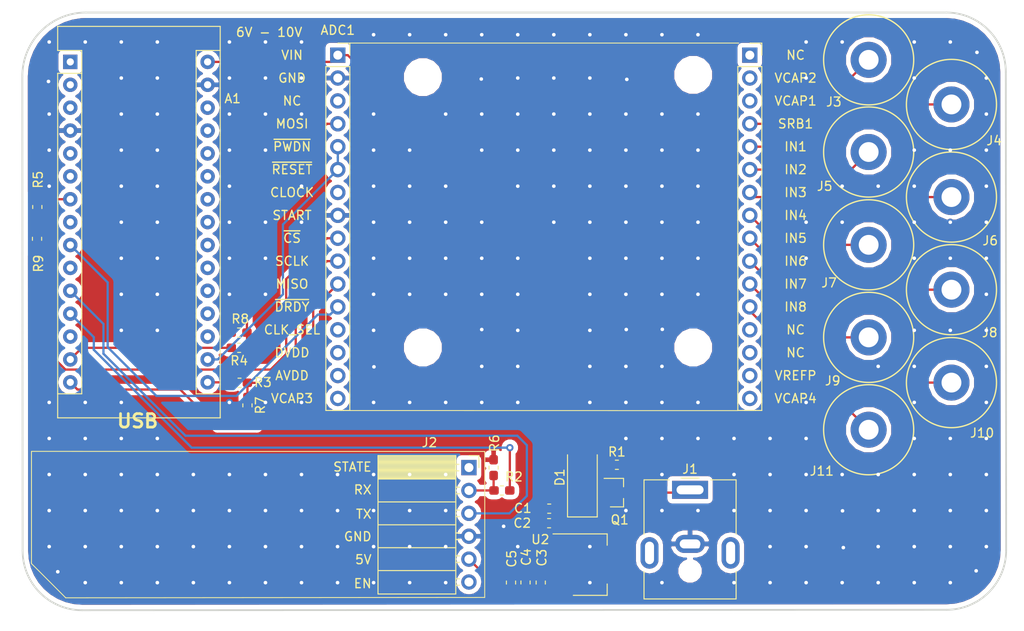
<source format=kicad_pcb>
(kicad_pcb (version 20171130) (host pcbnew "(5.0.0)")
  (layers (0 F.Cu signal) (31 B.Cu signal) (34 B.Paste user) (35 F.Paste user) (36 B.SilkS user) (37 F.SilkS user) (38 B.Mask user) (39 F.Mask user) (44 Edge.Cuts user))
  (net 0 "")
  (net 1 "Net-(ADC1-Pad23)")
  (net 2 "Net-(ADC1-Pad24)")
  (net 3 "Net-(ADC1-Pad25)")
  (net 4 "Net-(ADC1-Pad26)")
  (net 5 "Net-(ADC1-Pad27)")
  (net 6 "Net-(ADC1-Pad28)")
  (net 7 "Net-(ADC1-Pad29)")
  (net 8 "Net-(ADC1-Pad21)")
  (net 9 "Net-(ADC1-Pad22)")
  (net 10 /V+)
  (net 11 /GND)
  (net 12 "Net-(ADC1-Pad3)")
  (net 13 /MOSI_3V3)
  (net 14 /+3V3)
  (net 15 "Net-(ADC1-Pad7)")
  (net 16 /~CS_3V3)
  (net 17 /SCLK_3V3)
  (net 18 /MISO_3V3)
  (net 19 /~DRDY_3V3)
  (net 20 "Net-(ADC1-Pad13)")
  (net 21 "Net-(ADC1-Pad14)")
  (net 22 "Net-(ADC1-Pad15)")
  (net 23 "Net-(ADC1-Pad16)")
  (net 24 "Net-(ADC1-Pad17)")
  (net 25 "Net-(ADC1-Pad20)")
  (net 26 "Net-(ADC1-Pad18)")
  (net 27 "Net-(ADC1-Pad30)")
  (net 28 "Net-(ADC1-Pad32)")
  (net 29 "Net-(ADC1-Pad19)")
  (net 30 "Net-(ADC1-Pad31)")
  (net 31 "Net-(J2-Pad1)")
  (net 32 /BT_TX_3V3)
  (net 33 /BT_RX_3V3)
  (net 34 /+5V)
  (net 35 "Net-(J2-Pad6)")
  (net 36 /MOSI_5V)
  (net 37 /SCLK_5V)
  (net 38 "Net-(D1-Pad2)")
  (net 39 /BT_TX_5V)
  (net 40 /~CS_5V)
  (net 41 "Net-(J1-Pad1)")
  (net 42 "Net-(A1-Pad1)")
  (net 43 "Net-(A1-Pad2)")
  (net 44 "Net-(A1-Pad18)")
  (net 45 "Net-(A1-Pad3)")
  (net 46 "Net-(A1-Pad19)")
  (net 47 "Net-(A1-Pad20)")
  (net 48 "Net-(A1-Pad5)")
  (net 49 "Net-(A1-Pad21)")
  (net 50 /LED)
  (net 51 "Net-(A1-Pad22)")
  (net 52 "Net-(A1-Pad23)")
  (net 53 "Net-(A1-Pad8)")
  (net 54 "Net-(A1-Pad24)")
  (net 55 "Net-(A1-Pad25)")
  (net 56 "Net-(A1-Pad10)")
  (net 57 "Net-(A1-Pad26)")
  (net 58 "Net-(A1-Pad27)")
  (net 59 "Net-(A1-Pad28)")
  (net 60 "Net-(A1-Pad13)")
  (module MountingHole:MountingHole_3.2mm_M3 (layer F.Cu) (at 183.32 115.28)
    (fp_text reference " " (at 0 -4.2) (layer F.SilkS))
    (fp_text value MountingHole_3.2mm_M3)
    (pad 1 np_thru_hole circle (at 0 0) (size 3.2 3.2) (drill 3.2) (layers *.Cu *.Mask))
  )
  (module MountingHole:MountingHole_3.2mm_M3 (layer F.Cu) (at 213.32 115.28)
    (fp_text reference " " (at 0 -4.2) (layer F.SilkS))
    (fp_text value MountingHole_3.2mm_M3)
    (pad 1 np_thru_hole circle (at 0 0) (size 3.2 3.2) (drill 3.2) (layers *.Cu *.Mask))
  )
  (module MountingHole:MountingHole_3.2mm_M3 (layer F.Cu) (at 213.32 85.03)
    (fp_text reference " " (at 0 -4.2) (layer F.SilkS))
    (fp_text value MountingHole_3.2mm_M3)
    (pad 1 np_thru_hole circle (at 0 0) (size 3.2 3.2) (drill 3.2) (layers *.Cu *.Mask))
  )
  (module MountingHole:MountingHole_3.2mm_M3 (layer F.Cu) (at 183.32 85.28)
    (fp_text reference " " (at 0 -4.2) (layer F.SilkS))
    (fp_text value MountingHole_3.2mm_M3)
    (pad 1 np_thru_hole circle (at 0 0) (size 3.2 3.2) (drill 3.2) (layers *.Cu *.Mask))
  )
  (module "Sparker:DIN 42802-1" (layer F.Cu) (at 232.79 124.41)
    (fp_text reference J11 (at -5.2 4.58) (layer F.SilkS))
    (fp_text value Conn_01x01_Male)
    (pad 1 thru_hole circle (at 0 0) (size 4 4) (drill 2.2) (layers *.Cu *.Mask) (net 8 "Net-(ADC1-Pad21)"))
  )
  (module "Sparker:DIN 42802-1" (layer F.Cu) (at 241.98 119.18)
    (fp_text reference J10 (at 3.4 5.59) (layer F.SilkS))
    (fp_text value Conn_01x01_Male)
    (pad 1 thru_hole circle (at 0 0) (size 4 4) (drill 2.2) (layers *.Cu *.Mask) (net 9 "Net-(ADC1-Pad22)"))
  )
  (module "Sparker:DIN 42802-1" (layer F.Cu) (at 232.79 114.16)
    (fp_text reference J9 (at -3.99 4.82) (layer F.SilkS))
    (fp_text value Conn_01x01_Male)
    (pad 1 thru_hole circle (at 0 0) (size 4 4) (drill 2.2) (layers *.Cu *.Mask) (net 1 "Net-(ADC1-Pad23)"))
  )
  (module "Sparker:DIN 42802-1" (layer F.Cu) (at 241.98 108.87)
    (fp_text reference J8 (at 4.25 4.76) (layer F.SilkS))
    (fp_text value Conn_01x01_Male)
    (pad 1 thru_hole circle (at 0 0) (size 4 4) (drill 2.2) (layers *.Cu *.Mask) (net 2 "Net-(ADC1-Pad24)"))
  )
  (module "Sparker:DIN 42802-1" (layer F.Cu) (at 232.79 103.89)
    (fp_text reference J7 (at -4.39 4.22) (layer F.SilkS))
    (fp_text value Conn_01x01_Male)
    (pad 1 thru_hole circle (at 0 0) (size 4 4) (drill 2.2) (layers *.Cu *.Mask) (net 3 "Net-(ADC1-Pad25)"))
  )
  (module "Sparker:DIN 42802-1" (layer F.Cu) (at 241.98 98.59)
    (fp_text reference J6 (at 4.3 4.84) (layer F.SilkS))
    (fp_text value Conn_01x01_Male)
    (pad 1 thru_hole circle (at 0 0) (size 4 4) (drill 2.2) (layers *.Cu *.Mask) (net 4 "Net-(ADC1-Pad26)"))
  )
  (module "Sparker:DIN 42802-1" (layer F.Cu) (at 232.79 93.59)
    (fp_text reference J5 (at -4.88 3.8) (layer F.SilkS))
    (fp_text value Conn_01x01_Male)
    (pad 1 thru_hole circle (at 0 0) (size 4 4) (drill 2.2) (layers *.Cu *.Mask) (net 5 "Net-(ADC1-Pad27)"))
  )
  (module "Sparker:DIN 42802-1" (layer F.Cu) (at 241.98 88.31)
    (fp_text reference J4 (at 4.74 4.02) (layer F.SilkS))
    (fp_text value Conn_01x01_Male)
    (pad 1 thru_hole circle (at 0 0) (size 4 4) (drill 2.2) (layers *.Cu *.Mask) (net 6 "Net-(ADC1-Pad28)"))
  )
  (module "Sparker:DIN 42802-1" (layer F.Cu) (at 232.79 83.36)
    (fp_text reference J3 (at -3.86 4.67) (layer F.SilkS))
    (fp_text value Conn_01x01_Male)
    (pad 1 thru_hole circle (at 0 0) (size 4 4) (drill 2.2) (layers *.Cu *.Mask) (net 7 "Net-(ADC1-Pad29)"))
  )
  (module Module:Arduino_Nano (layer F.Cu) (at 144.19 83.59)
    (fp_text reference A1 (at 18.02 4.07) (layer F.SilkS))
    (fp_text value Arduino_Nano_v2.x)
    (pad 1 thru_hole rect (at 0 0) (size 1.6 1.6) (drill 0.8) (layers *.Cu *.Mask) (net 42 "Net-(A1-Pad1)"))
    (pad 17 thru_hole oval (at 15.24 33.02) (size 1.6 1.6) (drill 0.8) (layers *.Cu *.Mask) (net 14 /+3V3))
    (pad 2 thru_hole oval (at 0 2.54) (size 1.6 1.6) (drill 0.8) (layers *.Cu *.Mask) (net 43 "Net-(A1-Pad2)"))
    (pad 18 thru_hole oval (at 15.24 30.48) (size 1.6 1.6) (drill 0.8) (layers *.Cu *.Mask) (net 44 "Net-(A1-Pad18)"))
    (pad 3 thru_hole oval (at 0 5.08) (size 1.6 1.6) (drill 0.8) (layers *.Cu *.Mask) (net 45 "Net-(A1-Pad3)"))
    (pad 19 thru_hole oval (at 15.24 27.94) (size 1.6 1.6) (drill 0.8) (layers *.Cu *.Mask) (net 46 "Net-(A1-Pad19)"))
    (pad 4 thru_hole oval (at 0 7.62) (size 1.6 1.6) (drill 0.8) (layers *.Cu *.Mask) (net 11 /GND))
    (pad 20 thru_hole oval (at 15.24 25.4) (size 1.6 1.6) (drill 0.8) (layers *.Cu *.Mask) (net 47 "Net-(A1-Pad20)"))
    (pad 5 thru_hole oval (at 0 10.16) (size 1.6 1.6) (drill 0.8) (layers *.Cu *.Mask) (net 48 "Net-(A1-Pad5)"))
    (pad 21 thru_hole oval (at 15.24 22.86) (size 1.6 1.6) (drill 0.8) (layers *.Cu *.Mask) (net 49 "Net-(A1-Pad21)"))
    (pad 6 thru_hole oval (at 0 12.7) (size 1.6 1.6) (drill 0.8) (layers *.Cu *.Mask) (net 50 /LED))
    (pad 22 thru_hole oval (at 15.24 20.32) (size 1.6 1.6) (drill 0.8) (layers *.Cu *.Mask) (net 51 "Net-(A1-Pad22)"))
    (pad 7 thru_hole oval (at 0 15.24) (size 1.6 1.6) (drill 0.8) (layers *.Cu *.Mask) (net 40 /~CS_5V))
    (pad 23 thru_hole oval (at 15.24 17.78) (size 1.6 1.6) (drill 0.8) (layers *.Cu *.Mask) (net 52 "Net-(A1-Pad23)"))
    (pad 8 thru_hole oval (at 0 17.78) (size 1.6 1.6) (drill 0.8) (layers *.Cu *.Mask) (net 53 "Net-(A1-Pad8)"))
    (pad 24 thru_hole oval (at 15.24 15.24) (size 1.6 1.6) (drill 0.8) (layers *.Cu *.Mask) (net 54 "Net-(A1-Pad24)"))
    (pad 9 thru_hole oval (at 0 20.32) (size 1.6 1.6) (drill 0.8) (layers *.Cu *.Mask) (net 19 /~DRDY_3V3))
    (pad 25 thru_hole oval (at 15.24 12.7) (size 1.6 1.6) (drill 0.8) (layers *.Cu *.Mask) (net 55 "Net-(A1-Pad25)"))
    (pad 10 thru_hole oval (at 0 22.86) (size 1.6 1.6) (drill 0.8) (layers *.Cu *.Mask) (net 56 "Net-(A1-Pad10)"))
    (pad 26 thru_hole oval (at 15.24 10.16) (size 1.6 1.6) (drill 0.8) (layers *.Cu *.Mask) (net 57 "Net-(A1-Pad26)"))
    (pad 11 thru_hole oval (at 0 25.4) (size 1.6 1.6) (drill 0.8) (layers *.Cu *.Mask) (net 33 /BT_RX_3V3))
    (pad 27 thru_hole oval (at 15.24 7.62) (size 1.6 1.6) (drill 0.8) (layers *.Cu *.Mask) (net 58 "Net-(A1-Pad27)"))
    (pad 12 thru_hole oval (at 0 27.94) (size 1.6 1.6) (drill 0.8) (layers *.Cu *.Mask) (net 39 /BT_TX_5V))
    (pad 28 thru_hole oval (at 15.24 5.08) (size 1.6 1.6) (drill 0.8) (layers *.Cu *.Mask) (net 59 "Net-(A1-Pad28)"))
    (pad 13 thru_hole oval (at 0 30.48) (size 1.6 1.6) (drill 0.8) (layers *.Cu *.Mask) (net 60 "Net-(A1-Pad13)"))
    (pad 29 thru_hole oval (at 15.24 2.54) (size 1.6 1.6) (drill 0.8) (layers *.Cu *.Mask) (net 11 /GND))
    (pad 14 thru_hole oval (at 0 33.02) (size 1.6 1.6) (drill 0.8) (layers *.Cu *.Mask) (net 36 /MOSI_5V))
    (pad 30 thru_hole oval (at 15.24 0) (size 1.6 1.6) (drill 0.8) (layers *.Cu *.Mask) (net 10 /V+))
    (pad 15 thru_hole oval (at 0 35.56) (size 1.6 1.6) (drill 0.8) (layers *.Cu *.Mask) (net 18 /MISO_3V3))
    (pad 16 thru_hole oval (at 15.24 35.56) (size 1.6 1.6) (drill 0.8) (layers *.Cu *.Mask) (net 37 /SCLK_5V))
  )
  (module Sparker:ADS1299-Board (layer F.Cu) (at 173.88 82.84)
    (fp_text reference ADC1 (at 0 -2.77) (layer F.SilkS))
    (fp_text value ADS1299-Board)
    (fp_text user " " (at 45.72 -2.77) (layer F.SilkS))
    (fp_text user "6V - 10V" (at -7.62 -2.54) (layer F.SilkS))
    (fp_text user VIN (at -5.08 0) (layer F.SilkS))
    (fp_text user GND (at -5.08 2.54) (layer F.SilkS))
    (fp_text user NC (at -5.08 5.08) (layer F.SilkS))
    (fp_text user MOSI (at -5.08 7.62) (layer F.SilkS))
    (fp_text user ~PWDN (at -5.08 10.16) (layer F.SilkS))
    (fp_text user ~RESET (at -5.08 12.7) (layer F.SilkS))
    (fp_text user CLOCK (at -5.08 15.24) (layer F.SilkS))
    (fp_text user START (at -5.08 17.78) (layer F.SilkS))
    (fp_text user ~CS (at -5.08 20.32) (layer F.SilkS))
    (fp_text user SCLK (at -5.08 22.86) (layer F.SilkS))
    (fp_text user MISO (at -5.08 25.4) (layer F.SilkS))
    (fp_text user ~DRDY (at -5.08 27.94) (layer F.SilkS))
    (fp_text user CLK_SEL (at -5.08 30.48) (layer F.SilkS))
    (fp_text user DVDD (at -5.08 33.02) (layer F.SilkS))
    (fp_text user AVDD (at -5.08 35.56) (layer F.SilkS))
    (fp_text user VCAP3 (at -5.08 38.1) (layer F.SilkS))
    (fp_text user VCAP4 (at 50.8 38.1) (layer F.SilkS))
    (fp_text user VREFP (at 50.8 35.56) (layer F.SilkS))
    (fp_text user NC (at 50.8 33.02) (layer F.SilkS))
    (fp_text user NC (at 50.8 30.48) (layer F.SilkS))
    (fp_text user IN8 (at 50.8 27.94) (layer F.SilkS))
    (fp_text user IN7 (at 50.8 25.4) (layer F.SilkS))
    (fp_text user IN6 (at 50.8 22.86) (layer F.SilkS))
    (fp_text user IN5 (at 50.8 20.32) (layer F.SilkS))
    (fp_text user IN4 (at 50.8 17.78) (layer F.SilkS))
    (fp_text user IN3 (at 50.8 15.24) (layer F.SilkS))
    (fp_text user IN2 (at 50.8 12.7) (layer F.SilkS))
    (fp_text user IN1 (at 50.8 10.16) (layer F.SilkS))
    (fp_text user SRB1 (at 50.8 7.62) (layer F.SilkS))
    (fp_text user VCAP1 (at 50.8 5.08) (layer F.SilkS))
    (fp_text user VCAP2 (at 50.8 2.54) (layer F.SilkS))
    (fp_text user NC (at 50.8 0) (layer F.SilkS))
    (pad 1 thru_hole rect (at 0 0) (size 1.7 1.7) (drill 1) (layers *.Cu *.Mask) (net 10 /V+))
    (pad 2 thru_hole oval (at 0 2.54) (size 1.7 1.7) (drill 1) (layers *.Cu *.Mask) (net 11 /GND))
    (pad 3 thru_hole oval (at 0 5.08) (size 1.7 1.7) (drill 1) (layers *.Cu *.Mask) (net 12 "Net-(ADC1-Pad3)"))
    (pad 4 thru_hole oval (at 0 7.62) (size 1.7 1.7) (drill 1) (layers *.Cu *.Mask) (net 13 /MOSI_3V3))
    (pad 5 thru_hole oval (at 0 10.16) (size 1.7 1.7) (drill 1) (layers *.Cu *.Mask) (net 14 /+3V3))
    (pad 6 thru_hole oval (at 0 12.7) (size 1.7 1.7) (drill 1) (layers *.Cu *.Mask) (net 14 /+3V3))
    (pad 7 thru_hole oval (at 0 15.24) (size 1.7 1.7) (drill 1) (layers *.Cu *.Mask) (net 15 "Net-(ADC1-Pad7)"))
    (pad 8 thru_hole oval (at 0 17.78) (size 1.7 1.7) (drill 1) (layers *.Cu *.Mask) (net 11 /GND))
    (pad 9 thru_hole oval (at 0 20.32) (size 1.7 1.7) (drill 1) (layers *.Cu *.Mask) (net 16 /~CS_3V3))
    (pad 10 thru_hole oval (at 0 22.86) (size 1.7 1.7) (drill 1) (layers *.Cu *.Mask) (net 17 /SCLK_3V3))
    (pad 11 thru_hole oval (at 0 25.4) (size 1.7 1.7) (drill 1) (layers *.Cu *.Mask) (net 18 /MISO_3V3))
    (pad 12 thru_hole oval (at 0 27.94) (size 1.7 1.7) (drill 1) (layers *.Cu *.Mask) (net 19 /~DRDY_3V3))
    (pad 13 thru_hole oval (at 0 30.48) (size 1.7 1.7) (drill 1) (layers *.Cu *.Mask) (net 20 "Net-(ADC1-Pad13)"))
    (pad 14 thru_hole oval (at 0 33.02) (size 1.7 1.7) (drill 1) (layers *.Cu *.Mask) (net 21 "Net-(ADC1-Pad14)"))
    (pad 15 thru_hole oval (at 0 35.56) (size 1.7 1.7) (drill 1) (layers *.Cu *.Mask) (net 22 "Net-(ADC1-Pad15)"))
    (pad 16 thru_hole oval (at 0 38.1) (size 1.7 1.7) (drill 1) (layers *.Cu *.Mask) (net 23 "Net-(ADC1-Pad16)"))
    (pad 17 thru_hole oval (at 45.72 38.1) (size 1.7 1.7) (drill 1) (layers *.Cu *.Mask) (net 24 "Net-(ADC1-Pad17)"))
    (pad 26 thru_hole oval (at 45.72 15.24) (size 1.7 1.7) (drill 1) (layers *.Cu *.Mask) (net 4 "Net-(ADC1-Pad26)"))
    (pad 20 thru_hole oval (at 45.72 30.48) (size 1.7 1.7) (drill 1) (layers *.Cu *.Mask) (net 25 "Net-(ADC1-Pad20)"))
    (pad 21 thru_hole oval (at 45.72 27.94) (size 1.7 1.7) (drill 1) (layers *.Cu *.Mask) (net 8 "Net-(ADC1-Pad21)"))
    (pad 18 thru_hole oval (at 45.72 35.56) (size 1.7 1.7) (drill 1) (layers *.Cu *.Mask) (net 26 "Net-(ADC1-Pad18)"))
    (pad 30 thru_hole oval (at 45.72 5.08) (size 1.7 1.7) (drill 1) (layers *.Cu *.Mask) (net 27 "Net-(ADC1-Pad30)"))
    (pad 32 thru_hole rect (at 45.72 0) (size 1.7 1.7) (drill 1) (layers *.Cu *.Mask) (net 28 "Net-(ADC1-Pad32)"))
    (pad 23 thru_hole oval (at 45.72 22.86) (size 1.7 1.7) (drill 1) (layers *.Cu *.Mask) (net 1 "Net-(ADC1-Pad23)"))
    (pad 19 thru_hole oval (at 45.72 33.02) (size 1.7 1.7) (drill 1) (layers *.Cu *.Mask) (net 29 "Net-(ADC1-Pad19)"))
    (pad 22 thru_hole oval (at 45.72 25.4) (size 1.7 1.7) (drill 1) (layers *.Cu *.Mask) (net 9 "Net-(ADC1-Pad22)"))
    (pad 28 thru_hole oval (at 45.72 10.16) (size 1.7 1.7) (drill 1) (layers *.Cu *.Mask) (net 6 "Net-(ADC1-Pad28)"))
    (pad 27 thru_hole oval (at 45.72 12.7) (size 1.7 1.7) (drill 1) (layers *.Cu *.Mask) (net 5 "Net-(ADC1-Pad27)"))
    (pad 29 thru_hole oval (at 45.72 7.62) (size 1.7 1.7) (drill 1) (layers *.Cu *.Mask) (net 7 "Net-(ADC1-Pad29)"))
    (pad 25 thru_hole oval (at 45.72 17.78) (size 1.7 1.7) (drill 1) (layers *.Cu *.Mask) (net 3 "Net-(ADC1-Pad25)"))
    (pad 24 thru_hole oval (at 45.72 20.32) (size 1.7 1.7) (drill 1) (layers *.Cu *.Mask) (net 2 "Net-(ADC1-Pad24)"))
    (pad 31 thru_hole oval (at 45.72 2.54) (size 1.7 1.7) (drill 1) (layers *.Cu *.Mask) (net 30 "Net-(ADC1-Pad31)"))
  )
  (module Capacitor_SMD:C_0603_1608Metric_Pad1.05x0.95mm_HandSolder (layer F.Cu) (at 193.1 141.37 270)
    (fp_text reference C5 (at -2.64 -0.07 270) (layer F.SilkS))
    (fp_text value 10u)
    (pad 1 smd roundrect (at -0.875 0 270) (size 1.05 0.95) (layers F.Cu F.Paste F.Mask) (net 34 /+5V))
    (pad 2 smd roundrect (at 0.875 0 270) (size 1.05 0.95) (layers F.Cu F.Paste F.Mask) (net 11 /GND))
  )
  (module Capacitor_SMD:C_0603_1608Metric_Pad1.05x0.95mm_HandSolder (layer F.Cu) (at 194.71 141.36 270)
    (fp_text reference C4 (at -2.82 -0.08 270) (layer F.SilkS))
    (fp_text value 1u)
    (pad 2 smd roundrect (at 0.875 0 270) (size 1.05 0.95) (layers F.Cu F.Paste F.Mask) (net 11 /GND))
    (pad 1 smd roundrect (at -0.875 0 270) (size 1.05 0.95) (layers F.Cu F.Paste F.Mask) (net 34 /+5V))
  )
  (module Capacitor_SMD:C_0603_1608Metric_Pad1.05x0.95mm_HandSolder (layer F.Cu) (at 196.4 141.37 270)
    (fp_text reference C3 (at -2.76 -0.12 270) (layer F.SilkS))
    (fp_text value 100n)
    (pad 1 smd roundrect (at -0.875 0 270) (size 1.05 0.95) (layers F.Cu F.Paste F.Mask) (net 34 /+5V))
    (pad 2 smd roundrect (at 0.875 0 270) (size 1.05 0.95) (layers F.Cu F.Paste F.Mask) (net 11 /GND))
  )
  (module Capacitor_SMD:C_0603_1608Metric_Pad1.05x0.95mm_HandSolder (layer F.Cu) (at 197.325 134.78 180)
    (fp_text reference C2 (at 2.975 0.01 180) (layer F.SilkS))
    (fp_text value 1u)
    (pad 2 smd roundrect (at 0.875 0 180) (size 1.05 0.95) (layers F.Cu F.Paste F.Mask) (net 11 /GND))
    (pad 1 smd roundrect (at -0.875 0 180) (size 1.05 0.95) (layers F.Cu F.Paste F.Mask) (net 10 /V+))
  )
  (module Capacitor_SMD:C_0603_1608Metric_Pad1.05x0.95mm_HandSolder (layer F.Cu) (at 197.34 133.17 180)
    (fp_text reference C1 (at 2.93 0.04 180) (layer F.SilkS))
    (fp_text value 10u)
    (pad 1 smd roundrect (at -0.875 0 180) (size 1.05 0.95) (layers F.Cu F.Paste F.Mask) (net 10 /V+))
    (pad 2 smd roundrect (at 0.875 0 180) (size 1.05 0.95) (layers F.Cu F.Paste F.Mask) (net 11 /GND))
  )
  (module Connector_BarrelJack:BarrelJack_CUI_PJ-063AH_Horizontal (layer F.Cu) (at 212.97 131.08)
    (fp_text reference J1 (at 0 -2.3) (layer F.SilkS))
    (fp_text value Barrel_Jack)
    (pad 1 thru_hole rect (at 0 0) (size 4 2) (drill oval 3 1) (layers *.Cu *.Mask) (net 41 "Net-(J1-Pad1)"))
    (pad 2 thru_hole oval (at 0 6) (size 3.3 2) (drill oval 2.3 1) (layers *.Cu *.Mask) (net 11 /GND))
    (pad MP thru_hole oval (at -4.5 7) (size 2 3.5) (drill oval 1 2.5) (layers *.Cu *.Mask))
    (pad MP thru_hole oval (at 4.5 7) (size 2 3.5) (drill oval 1 2.5) (layers *.Cu *.Mask))
    (pad "" np_thru_hole circle (at 0 9) (size 1.6 1.6) (drill 1.6) (layers *.Cu *.Mask))
  )
  (module Diode_SMD:D_SMA_Handsoldering (layer F.Cu) (at 201.02 129.69 90)
    (fp_text reference D1 (at 0 -2.5 90) (layer F.SilkS))
    (fp_text value 7.5V)
    (pad 1 smd rect (at -2.5 0 90) (size 3.5 1.8) (layers F.Cu F.Paste F.Mask) (net 10 /V+))
    (pad 2 smd rect (at 2.5 0 90) (size 3.5 1.8) (layers F.Cu F.Paste F.Mask) (net 38 "Net-(D1-Pad2)"))
  )
  (module Package_TO_SOT_SMD:SOT-223-6 (layer F.Cu) (at 201.9 139.38)
    (fp_text reference U2 (at -5.55 -2.79) (layer F.SilkS))
    (fp_text value MCP1755T-5002E_SOT223-5)
    (pad 4 smd rect (at -3.1375 1.27) (size 2.2 0.6) (layers F.Cu F.Paste F.Mask) (net 34 /+5V))
    (pad 2 smd rect (at -3.1375 -1.27) (size 2.2 0.6) (layers F.Cu F.Paste F.Mask) (net 10 /V+))
    (pad 6 smd rect (at 3.1625 0) (size 2.15 3.45) (layers F.Cu F.Paste F.Mask) (net 11 /GND))
    (pad 3 smd rect (at -3.1375 0) (size 2.2 0.6) (layers F.Cu F.Paste F.Mask) (net 11 /GND))
    (pad 5 smd rect (at -3.1375 2.54) (size 2.2 0.6) (layers F.Cu F.Paste F.Mask) (net 11 /GND))
    (pad 1 smd rect (at -3.1375 -2.54) (size 2.2 0.6) (layers F.Cu F.Paste F.Mask) (net 10 /V+))
  )
  (module Package_TO_SOT_SMD:SOT-23 (layer F.Cu) (at 204.83 131.39)
    (fp_text reference Q1 (at 0.33 3.02) (layer F.SilkS))
    (fp_text value DMP2100U)
    (pad 1 smd rect (at -1 -0.95) (size 0.9 0.8) (layers F.Cu F.Paste F.Mask) (net 38 "Net-(D1-Pad2)"))
    (pad 2 smd rect (at -1 0.95) (size 0.9 0.8) (layers F.Cu F.Paste F.Mask) (net 10 /V+))
    (pad 3 smd rect (at 1 0) (size 0.9 0.8) (layers F.Cu F.Paste F.Mask) (net 41 "Net-(J1-Pad1)"))
  )
  (module Resistor_SMD:R_0603_1608Metric_Pad1.05x0.95mm_HandSolder (layer F.Cu) (at 140.53 99.69 90)
    (fp_text reference R5 (at 3.03 0.09 90) (layer F.SilkS))
    (fp_text value 1k)
    (pad 1 smd roundrect (at -0.875 0 90) (size 1.05 0.95) (layers F.Cu F.Paste F.Mask) (net 16 /~CS_3V3))
    (pad 2 smd roundrect (at 0.875 0 90) (size 1.05 0.95) (layers F.Cu F.Paste F.Mask) (net 40 /~CS_5V))
  )
  (module Resistor_SMD:R_0603_1608Metric_Pad1.05x0.95mm_HandSolder (layer F.Cu) (at 192.09 131.15)
    (fp_text reference R2 (at 1.33 -1.51) (layer F.SilkS))
    (fp_text value 1k)
    (pad 2 smd roundrect (at 0.875 0) (size 1.05 0.95) (layers F.Cu F.Paste F.Mask) (net 39 /BT_TX_5V))
    (pad 1 smd roundrect (at -0.875 0) (size 1.05 0.95) (layers F.Cu F.Paste F.Mask) (net 32 /BT_TX_3V3))
  )
  (module Resistor_SMD:R_0603_1608Metric_Pad1.05x0.95mm_HandSolder (layer F.Cu) (at 204.85 128.3)
    (fp_text reference R1 (at 0 -1.43) (layer F.SilkS))
    (fp_text value 33k)
    (pad 1 smd roundrect (at -0.875 0) (size 1.05 0.95) (layers F.Cu F.Paste F.Mask) (net 38 "Net-(D1-Pad2)"))
    (pad 2 smd roundrect (at 0.875 0) (size 1.05 0.95) (layers F.Cu F.Paste F.Mask) (net 11 /GND))
  )
  (module Resistor_SMD:R_0603_1608Metric_Pad1.05x0.95mm_HandSolder (layer F.Cu) (at 162.97 119.2 180)
    (fp_text reference R3 (at -2.6 0.04 180) (layer F.SilkS))
    (fp_text value 1k)
    (pad 2 smd roundrect (at 0.875 0 180) (size 1.05 0.95) (layers F.Cu F.Paste F.Mask) (net 37 /SCLK_5V))
    (pad 1 smd roundrect (at -0.875 0 180) (size 1.05 0.95) (layers F.Cu F.Paste F.Mask) (net 17 /SCLK_3V3))
  )
  (module Resistor_SMD:R_0603_1608Metric_Pad1.05x0.95mm_HandSolder (layer F.Cu) (at 191.17 128.615 90)
    (fp_text reference R6 (at 2.705 0.1 90) (layer F.SilkS))
    (fp_text value 2k)
    (pad 1 smd roundrect (at -0.875 0 90) (size 1.05 0.95) (layers F.Cu F.Paste F.Mask) (net 32 /BT_TX_3V3))
    (pad 2 smd roundrect (at 0.875 0 90) (size 1.05 0.95) (layers F.Cu F.Paste F.Mask) (net 11 /GND))
  )
  (module Resistor_SMD:R_0603_1608Metric_Pad1.05x0.95mm_HandSolder (layer F.Cu) (at 163.85 121.705 270)
    (fp_text reference R7 (at 0 -1.43 270) (layer F.SilkS))
    (fp_text value 2k)
    (pad 2 smd roundrect (at 0.875 0 270) (size 1.05 0.95) (layers F.Cu F.Paste F.Mask) (net 11 /GND))
    (pad 1 smd roundrect (at -0.875 0 270) (size 1.05 0.95) (layers F.Cu F.Paste F.Mask) (net 17 /SCLK_3V3))
  )
  (module Resistor_SMD:R_0603_1608Metric_Pad1.05x0.95mm_HandSolder (layer F.Cu) (at 162.92 113.63 180)
    (fp_text reference R8 (at -0.13 1.51 180) (layer F.SilkS))
    (fp_text value 2k)
    (pad 1 smd roundrect (at -0.875 0 180) (size 1.05 0.95) (layers F.Cu F.Paste F.Mask) (net 13 /MOSI_3V3))
    (pad 2 smd roundrect (at 0.875 0 180) (size 1.05 0.95) (layers F.Cu F.Paste F.Mask) (net 11 /GND))
  )
  (module Resistor_SMD:R_0603_1608Metric_Pad1.05x0.95mm_HandSolder (layer F.Cu) (at 140.5 103.22 270)
    (fp_text reference R9 (at 2.75 -0.16 270) (layer F.SilkS))
    (fp_text value 2k)
    (pad 1 smd roundrect (at -0.875 0 270) (size 1.05 0.95) (layers F.Cu F.Paste F.Mask) (net 16 /~CS_3V3))
    (pad 2 smd roundrect (at 0.875 0 270) (size 1.05 0.95) (layers F.Cu F.Paste F.Mask) (net 11 /GND))
  )
  (module Resistor_SMD:R_0603_1608Metric_Pad1.05x0.95mm_HandSolder (layer F.Cu) (at 162.93 115.32 180)
    (fp_text reference R4 (at 0 -1.43 180) (layer F.SilkS))
    (fp_text value 1k)
    (pad 1 smd roundrect (at -0.875 0 180) (size 1.05 0.95) (layers F.Cu F.Paste F.Mask) (net 13 /MOSI_3V3))
    (pad 2 smd roundrect (at 0.875 0 180) (size 1.05 0.95) (layers F.Cu F.Paste F.Mask) (net 36 /MOSI_5V))
  )
  (module Resonators:HC-05 (layer F.Cu) (at 188.43 128.61)
    (fp_text reference J2 (at -4.38 -2.77) (layer F.SilkS))
    (fp_text value Conn_01x06_Female)
    (fp_text user EN (at -11.79 12.87) (layer F.SilkS))
    (fp_text user 5V (at -11.718571 10.21) (layer F.SilkS))
    (fp_text user GND (at -12.337619 7.66) (layer F.SilkS))
    (fp_text user TX (at -11.670952 5.16) (layer F.SilkS))
    (fp_text user RX (at -11.79 2.47) (layer F.SilkS))
    (fp_text user STATE (at -12.932857 -0.07) (layer F.SilkS))
    (pad 1 thru_hole rect (at 0 0) (size 1.7 1.7) (drill 1) (layers *.Cu *.Mask) (net 31 "Net-(J2-Pad1)"))
    (pad 2 thru_hole oval (at 0 2.54) (size 1.7 1.7) (drill 1) (layers *.Cu *.Mask) (net 32 /BT_TX_3V3))
    (pad 3 thru_hole oval (at 0 5.08) (size 1.7 1.7) (drill 1) (layers *.Cu *.Mask) (net 33 /BT_RX_3V3))
    (pad 4 thru_hole oval (at 0 7.62) (size 1.7 1.7) (drill 1) (layers *.Cu *.Mask) (net 11 /GND))
    (pad 5 thru_hole oval (at 0 10.16) (size 1.7 1.7) (drill 1) (layers *.Cu *.Mask) (net 34 /+5V))
    (pad 6 thru_hole oval (at 0 12.7) (size 1.7 1.7) (drill 1) (layers *.Cu *.Mask) (net 35 "Net-(J2-Pad6)"))
  )
  (gr_line (start 175.2 81.5) (end 218.36 81.5) (layer F.SilkS) (width 0.1))
  (gr_line (start 175.2 122.28) (end 218.27 122.29) (layer F.SilkS) (width 0.1))
  (gr_line (start 190.18 143.02) (end 190.19 126.83) (layer F.SilkS) (width 0.1))
  (gr_line (start 143.68 143.06) (end 190.18 143.02) (layer F.SilkS) (width 0.1))
  (gr_line (start 139.88 139.26) (end 143.68 143.06) (layer F.SilkS) (width 0.1))
  (gr_line (start 139.88 126.81) (end 139.88 139.26) (layer F.SilkS) (width 0.1))
  (gr_line (start 139.89 126.81) (end 190.18 126.82) (layer F.SilkS) (width 0.1))
  (gr_text USB (at 151.66 123.44) (layer F.SilkS) (effects (font (size 1.5 1.5) (thickness 0.3))))
  (gr_line (start 248.01 84.72) (end 248.05 137.78) (layer Edge.Cuts) (width 0.2))
  (gr_line (start 145.51 144.44) (end 241.46 144.39) (layer Edge.Cuts) (width 0.2))
  (gr_arc (start 241.45 137.79) (end 241.45 144.39) (angle -90) (layer Edge.Cuts) (width 0.2))
  (gr_line (start 241.41 78.11) (end 145.94 78.11) (layer Edge.Cuts) (width 0.2))
  (gr_arc (start 241.41 84.71) (end 248.01 84.71) (angle -90) (layer Edge.Cuts) (width 0.2))
  (gr_line (start 138.9 137.82) (end 138.87 85.19) (layer Edge.Cuts) (width 0.2))
  (gr_arc (start 145.5 137.84) (end 138.9 137.84) (angle -90) (layer Edge.Cuts) (width 0.2))
  (gr_arc (start 145.93 85.17) (end 145.93 78.11) (angle -90) (layer Edge.Cuts) (width 0.2))
  (segment (start 228.06 114.16) (end 219.6 105.7) (width 0.25) (layer F.Cu) (net 1))
  (segment (start 232.79 114.16) (end 228.06 114.16) (width 0.25) (layer F.Cu) (net 1))
  (segment (start 225.31 108.87) (end 241.98 108.87) (width 0.25) (layer F.Cu) (net 2))
  (segment (start 219.6 103.16) (end 225.31 108.87) (width 0.25) (layer F.Cu) (net 2))
  (segment (start 222.87 103.89) (end 219.6 100.62) (width 0.25) (layer F.Cu) (net 3))
  (segment (start 232.79 103.89) (end 222.87 103.89) (width 0.25) (layer F.Cu) (net 3))
  (segment (start 220.11 98.59) (end 219.6 98.08) (width 0.25) (layer F.Cu) (net 4))
  (segment (start 241.98 98.59) (end 220.11 98.59) (width 0.25) (layer F.Cu) (net 4))
  (segment (start 230.84 95.54) (end 232.79 93.59) (width 0.25) (layer F.Cu) (net 5))
  (segment (start 219.6 95.54) (end 230.84 95.54) (width 0.25) (layer F.Cu) (net 5))
  (segment (start 234.628998 88.31) (end 232.998998 89.94) (width 0.25) (layer F.Cu) (net 6))
  (segment (start 241.98 88.31) (end 234.628998 88.31) (width 0.25) (layer F.Cu) (net 6))
  (segment (start 232.998998 89.94) (end 228.53 89.94) (width 0.25) (layer F.Cu) (net 6))
  (segment (start 225.47 93) (end 219.6 93) (width 0.25) (layer F.Cu) (net 6))
  (segment (start 228.53 89.94) (end 225.47 93) (width 0.25) (layer F.Cu) (net 6))
  (segment (start 225.69 90.46) (end 232.79 83.36) (width 0.25) (layer F.Cu) (net 7))
  (segment (start 219.6 90.46) (end 225.69 90.46) (width 0.25) (layer F.Cu) (net 7))
  (segment (start 219.6 111.22) (end 219.6 110.78) (width 0.25) (layer F.Cu) (net 8))
  (segment (start 232.79 124.41) (end 219.6 111.22) (width 0.25) (layer F.Cu) (net 8))
  (segment (start 230.54 119.18) (end 241.98 119.18) (width 0.25) (layer F.Cu) (net 9))
  (segment (start 219.6 108.24) (end 230.54 119.18) (width 0.25) (layer F.Cu) (net 9))
  (segment (start 173.13 83.59) (end 173.88 82.84) (width 0.25) (layer F.Cu) (net 10))
  (segment (start 159.43 83.59) (end 173.13 83.59) (width 0.25) (layer F.Cu) (net 10))
  (segment (start 198.215 132.595) (end 198.215 133.17) (width 0.25) (layer F.Cu) (net 10))
  (segment (start 198.215 106.075) (end 198.215 132.595) (width 0.25) (layer F.Cu) (net 10))
  (segment (start 174.98 82.84) (end 198.215 106.075) (width 0.25) (layer F.Cu) (net 10))
  (segment (start 173.88 82.84) (end 174.98 82.84) (width 0.25) (layer F.Cu) (net 10))
  (segment (start 199.195 132.19) (end 198.215 133.17) (width 0.25) (layer F.Cu) (net 10))
  (segment (start 201.02 132.19) (end 199.195 132.19) (width 0.25) (layer F.Cu) (net 10))
  (segment (start 198.215 134.765) (end 198.2 134.78) (width 0.25) (layer F.Cu) (net 10))
  (segment (start 198.215 133.17) (end 198.215 134.765) (width 0.25) (layer F.Cu) (net 10))
  (segment (start 198.2 136.2775) (end 198.7625 136.84) (width 0.25) (layer F.Cu) (net 10))
  (segment (start 198.2 134.78) (end 198.2 136.2775) (width 0.25) (layer F.Cu) (net 10))
  (segment (start 198.7625 136.84) (end 198.7625 138.11) (width 0.25) (layer F.Cu) (net 10))
  (segment (start 201.17 132.34) (end 201.02 132.19) (width 0.25) (layer F.Cu) (net 10))
  (segment (start 203.83 132.34) (end 201.17 132.34) (width 0.25) (layer F.Cu) (net 10))
  (via (at 141.85 81.38) (size 0.8) (drill 0.4) (layers F.Cu B.Cu) (net 11))
  (via (at 145.85 81.38) (size 0.8) (drill 0.4) (layers F.Cu B.Cu) (net 11))
  (via (at 149.85 81.38) (size 0.8) (drill 0.4) (layers F.Cu B.Cu) (net 11))
  (via (at 153.85 81.38) (size 0.8) (drill 0.4) (layers F.Cu B.Cu) (net 11))
  (via (at 161.85 81.38) (size 0.8) (drill 0.4) (layers F.Cu B.Cu) (net 11))
  (via (at 165.85 81.38) (size 0.8) (drill 0.4) (layers F.Cu B.Cu) (net 11))
  (via (at 169.85 81.38) (size 0.8) (drill 0.4) (layers F.Cu B.Cu) (net 11))
  (via (at 177.85 80.57) (size 0.8) (drill 0.4) (layers F.Cu B.Cu) (net 11))
  (via (at 181.85 80.57) (size 0.8) (drill 0.4) (layers F.Cu B.Cu) (net 11))
  (via (at 185.85 80.57) (size 0.8) (drill 0.4) (layers F.Cu B.Cu) (net 11))
  (via (at 189.85 80.57) (size 0.8) (drill 0.4) (layers F.Cu B.Cu) (net 11))
  (via (at 193.85 80.57) (size 0.8) (drill 0.4) (layers F.Cu B.Cu) (net 11))
  (via (at 197.85 80.57) (size 0.8) (drill 0.4) (layers F.Cu B.Cu) (net 11))
  (via (at 201.85 80.57) (size 0.8) (drill 0.4) (layers F.Cu B.Cu) (net 11))
  (via (at 205.85 80.57) (size 0.8) (drill 0.4) (layers F.Cu B.Cu) (net 11))
  (via (at 209.85 80.57) (size 0.8) (drill 0.4) (layers F.Cu B.Cu) (net 11))
  (via (at 213.85 80.57) (size 0.8) (drill 0.4) (layers F.Cu B.Cu) (net 11))
  (via (at 225.85 81.38) (size 0.8) (drill 0.4) (layers F.Cu B.Cu) (net 11))
  (via (at 229.85 81.38) (size 0.8) (drill 0.4) (layers F.Cu B.Cu) (net 11))
  (via (at 237.85 81.38) (size 0.8) (drill 0.4) (layers F.Cu B.Cu) (net 11))
  (via (at 241.85 81.38) (size 0.8) (drill 0.4) (layers F.Cu B.Cu) (net 11))
  (via (at 244.81 82.53) (size 0.8) (drill 0.4) (layers F.Cu B.Cu) (net 11))
  (via (at 149.85 85.38) (size 0.8) (drill 0.4) (layers F.Cu B.Cu) (net 11))
  (via (at 153.85 85.38) (size 0.8) (drill 0.4) (layers F.Cu B.Cu) (net 11))
  (via (at 161.85 85.38) (size 0.8) (drill 0.4) (layers F.Cu B.Cu) (net 11))
  (via (at 165.85 85.38) (size 0.8) (drill 0.4) (layers F.Cu B.Cu) (net 11))
  (via (at 169.85 85.38) (size 0.8) (drill 0.4) (layers F.Cu B.Cu) (net 11))
  (via (at 193.85 85.38) (size 0.8) (drill 0.4) (layers F.Cu B.Cu) (net 11))
  (via (at 197.85 85.38) (size 0.8) (drill 0.4) (layers F.Cu B.Cu) (net 11))
  (via (at 201.85 85.38) (size 0.8) (drill 0.4) (layers F.Cu B.Cu) (net 11))
  (via (at 229.89 133.41) (size 0.8) (drill 0.4) (layers F.Cu B.Cu) (net 11))
  (via (at 229.98 137.49) (size 0.8) (drill 0.4) (layers F.Cu B.Cu) (net 11))
  (via (at 225.85 85.38) (size 0.8) (drill 0.4) (layers F.Cu B.Cu) (net 11))
  (via (at 237.85 85.38) (size 0.8) (drill 0.4) (layers F.Cu B.Cu) (net 11))
  (via (at 245.85 85.38) (size 0.8) (drill 0.4) (layers F.Cu B.Cu) (net 11))
  (via (at 141.85 89.38) (size 0.8) (drill 0.4) (layers F.Cu B.Cu) (net 11))
  (via (at 149.85 89.38) (size 0.8) (drill 0.4) (layers F.Cu B.Cu) (net 11))
  (via (at 153.85 89.38) (size 0.8) (drill 0.4) (layers F.Cu B.Cu) (net 11))
  (via (at 161.85 89.38) (size 0.8) (drill 0.4) (layers F.Cu B.Cu) (net 11))
  (via (at 165.85 89.38) (size 0.8) (drill 0.4) (layers F.Cu B.Cu) (net 11))
  (via (at 169.85 89.38) (size 0.8) (drill 0.4) (layers F.Cu B.Cu) (net 11))
  (via (at 177.85 89.38) (size 0.8) (drill 0.4) (layers F.Cu B.Cu) (net 11))
  (via (at 185.85 89.38) (size 0.8) (drill 0.4) (layers F.Cu B.Cu) (net 11))
  (via (at 189.85 89.38) (size 0.8) (drill 0.4) (layers F.Cu B.Cu) (net 11))
  (via (at 193.85 89.38) (size 0.8) (drill 0.4) (layers F.Cu B.Cu) (net 11))
  (via (at 197.85 89.38) (size 0.8) (drill 0.4) (layers F.Cu B.Cu) (net 11))
  (via (at 201.85 89.38) (size 0.8) (drill 0.4) (layers F.Cu B.Cu) (net 11))
  (via (at 205.85 89.38) (size 0.8) (drill 0.4) (layers F.Cu B.Cu) (net 11))
  (via (at 209.85 89.38) (size 0.8) (drill 0.4) (layers F.Cu B.Cu) (net 11))
  (via (at 213.85 89.38) (size 0.8) (drill 0.4) (layers F.Cu B.Cu) (net 11))
  (via (at 245.85 89.38) (size 0.8) (drill 0.4) (layers F.Cu B.Cu) (net 11))
  (via (at 141.85 93.38) (size 0.8) (drill 0.4) (layers F.Cu B.Cu) (net 11))
  (via (at 149.85 93.38) (size 0.8) (drill 0.4) (layers F.Cu B.Cu) (net 11))
  (via (at 153.85 93.38) (size 0.8) (drill 0.4) (layers F.Cu B.Cu) (net 11))
  (via (at 161.85 93.38) (size 0.8) (drill 0.4) (layers F.Cu B.Cu) (net 11))
  (via (at 165.85 93.38) (size 0.8) (drill 0.4) (layers F.Cu B.Cu) (net 11))
  (via (at 177.85 93.38) (size 0.8) (drill 0.4) (layers F.Cu B.Cu) (net 11))
  (via (at 181.85 93.38) (size 0.8) (drill 0.4) (layers F.Cu B.Cu) (net 11))
  (via (at 189.85 93.38) (size 0.8) (drill 0.4) (layers F.Cu B.Cu) (net 11))
  (via (at 193.85 93.38) (size 0.8) (drill 0.4) (layers F.Cu B.Cu) (net 11))
  (via (at 197.85 93.38) (size 0.8) (drill 0.4) (layers F.Cu B.Cu) (net 11))
  (via (at 201.85 93.38) (size 0.8) (drill 0.4) (layers F.Cu B.Cu) (net 11))
  (via (at 205.85 93.38) (size 0.8) (drill 0.4) (layers F.Cu B.Cu) (net 11))
  (via (at 209.85 93.38) (size 0.8) (drill 0.4) (layers F.Cu B.Cu) (net 11))
  (via (at 213.85 93.38) (size 0.8) (drill 0.4) (layers F.Cu B.Cu) (net 11))
  (via (at 237.85 93.38) (size 0.8) (drill 0.4) (layers F.Cu B.Cu) (net 11))
  (via (at 241.85 93.38) (size 0.8) (drill 0.4) (layers F.Cu B.Cu) (net 11))
  (via (at 245.85 93.38) (size 0.8) (drill 0.4) (layers F.Cu B.Cu) (net 11))
  (via (at 141.85 97.38) (size 0.8) (drill 0.4) (layers F.Cu B.Cu) (net 11))
  (via (at 149.85 97.38) (size 0.8) (drill 0.4) (layers F.Cu B.Cu) (net 11))
  (via (at 153.85 97.38) (size 0.8) (drill 0.4) (layers F.Cu B.Cu) (net 11))
  (via (at 161.85 97.38) (size 0.8) (drill 0.4) (layers F.Cu B.Cu) (net 11))
  (via (at 169.85 97.38) (size 0.8) (drill 0.4) (layers F.Cu B.Cu) (net 11))
  (via (at 177.85 97.38) (size 0.8) (drill 0.4) (layers F.Cu B.Cu) (net 11))
  (via (at 181.85 97.38) (size 0.8) (drill 0.4) (layers F.Cu B.Cu) (net 11))
  (via (at 185.85 97.38) (size 0.8) (drill 0.4) (layers F.Cu B.Cu) (net 11))
  (via (at 193.85 97.38) (size 0.8) (drill 0.4) (layers F.Cu B.Cu) (net 11))
  (via (at 197.85 97.38) (size 0.8) (drill 0.4) (layers F.Cu B.Cu) (net 11))
  (via (at 201.85 97.38) (size 0.8) (drill 0.4) (layers F.Cu B.Cu) (net 11))
  (via (at 205.85 97.38) (size 0.8) (drill 0.4) (layers F.Cu B.Cu) (net 11))
  (via (at 209.85 97.38) (size 0.8) (drill 0.4) (layers F.Cu B.Cu) (net 11))
  (via (at 213.85 97.38) (size 0.8) (drill 0.4) (layers F.Cu B.Cu) (net 11))
  (via (at 229.85 97.38) (size 0.8) (drill 0.4) (layers F.Cu B.Cu) (net 11))
  (via (at 233.85 97.38) (size 0.8) (drill 0.4) (layers F.Cu B.Cu) (net 11))
  (via (at 237.85 97.38) (size 0.8) (drill 0.4) (layers F.Cu B.Cu) (net 11))
  (via (at 245.85 97.38) (size 0.8) (drill 0.4) (layers F.Cu B.Cu) (net 11))
  (via (at 149.85 101.38) (size 0.8) (drill 0.4) (layers F.Cu B.Cu) (net 11))
  (via (at 153.85 101.38) (size 0.8) (drill 0.4) (layers F.Cu B.Cu) (net 11))
  (via (at 161.85 101.38) (size 0.8) (drill 0.4) (layers F.Cu B.Cu) (net 11))
  (via (at 165.85 101.38) (size 0.8) (drill 0.4) (layers F.Cu B.Cu) (net 11))
  (via (at 169.85 101.38) (size 0.8) (drill 0.4) (layers F.Cu B.Cu) (net 11))
  (via (at 177.85 101.38) (size 0.8) (drill 0.4) (layers F.Cu B.Cu) (net 11))
  (via (at 181.85 101.38) (size 0.8) (drill 0.4) (layers F.Cu B.Cu) (net 11))
  (via (at 185.85 101.38) (size 0.8) (drill 0.4) (layers F.Cu B.Cu) (net 11))
  (via (at 189.85 101.38) (size 0.8) (drill 0.4) (layers F.Cu B.Cu) (net 11))
  (via (at 197.85 101.38) (size 0.8) (drill 0.4) (layers F.Cu B.Cu) (net 11))
  (via (at 201.85 101.38) (size 0.8) (drill 0.4) (layers F.Cu B.Cu) (net 11))
  (via (at 205.85 101.38) (size 0.8) (drill 0.4) (layers F.Cu B.Cu) (net 11))
  (via (at 209.85 101.38) (size 0.8) (drill 0.4) (layers F.Cu B.Cu) (net 11))
  (via (at 213.85 101.38) (size 0.8) (drill 0.4) (layers F.Cu B.Cu) (net 11))
  (via (at 225.85 101.38) (size 0.8) (drill 0.4) (layers F.Cu B.Cu) (net 11))
  (via (at 229.85 101.38) (size 0.8) (drill 0.4) (layers F.Cu B.Cu) (net 11))
  (via (at 237.85 101.38) (size 0.8) (drill 0.4) (layers F.Cu B.Cu) (net 11))
  (via (at 241.85 101.38) (size 0.8) (drill 0.4) (layers F.Cu B.Cu) (net 11))
  (via (at 245.85 101.38) (size 0.8) (drill 0.4) (layers F.Cu B.Cu) (net 11))
  (via (at 149.85 105.38) (size 0.8) (drill 0.4) (layers F.Cu B.Cu) (net 11))
  (via (at 153.85 105.38) (size 0.8) (drill 0.4) (layers F.Cu B.Cu) (net 11))
  (via (at 161.85 105.38) (size 0.8) (drill 0.4) (layers F.Cu B.Cu) (net 11))
  (via (at 165.85 105.38) (size 0.8) (drill 0.4) (layers F.Cu B.Cu) (net 11))
  (via (at 177.85 105.38) (size 0.8) (drill 0.4) (layers F.Cu B.Cu) (net 11))
  (via (at 181.85 105.38) (size 0.8) (drill 0.4) (layers F.Cu B.Cu) (net 11))
  (via (at 185.85 105.38) (size 0.8) (drill 0.4) (layers F.Cu B.Cu) (net 11))
  (via (at 189.85 105.38) (size 0.8) (drill 0.4) (layers F.Cu B.Cu) (net 11))
  (via (at 193.85 105.38) (size 0.8) (drill 0.4) (layers F.Cu B.Cu) (net 11))
  (via (at 201.85 105.38) (size 0.8) (drill 0.4) (layers F.Cu B.Cu) (net 11))
  (via (at 205.85 105.38) (size 0.8) (drill 0.4) (layers F.Cu B.Cu) (net 11))
  (via (at 209.85 105.38) (size 0.8) (drill 0.4) (layers F.Cu B.Cu) (net 11))
  (via (at 213.85 105.38) (size 0.8) (drill 0.4) (layers F.Cu B.Cu) (net 11))
  (via (at 225.85 105.38) (size 0.8) (drill 0.4) (layers F.Cu B.Cu) (net 11))
  (via (at 237.85 105.38) (size 0.8) (drill 0.4) (layers F.Cu B.Cu) (net 11))
  (via (at 241.85 105.38) (size 0.8) (drill 0.4) (layers F.Cu B.Cu) (net 11))
  (via (at 245.85 105.38) (size 0.8) (drill 0.4) (layers F.Cu B.Cu) (net 11))
  (via (at 149.85 109.38) (size 0.8) (drill 0.4) (layers F.Cu B.Cu) (net 11))
  (via (at 153.85 109.38) (size 0.8) (drill 0.4) (layers F.Cu B.Cu) (net 11))
  (via (at 161.85 109.38) (size 0.8) (drill 0.4) (layers F.Cu B.Cu) (net 11))
  (via (at 165.85 109.38) (size 0.8) (drill 0.4) (layers F.Cu B.Cu) (net 11))
  (via (at 177.85 109.38) (size 0.8) (drill 0.4) (layers F.Cu B.Cu) (net 11))
  (via (at 181.85 109.38) (size 0.8) (drill 0.4) (layers F.Cu B.Cu) (net 11))
  (via (at 185.85 109.38) (size 0.8) (drill 0.4) (layers F.Cu B.Cu) (net 11))
  (via (at 189.85 109.38) (size 0.8) (drill 0.4) (layers F.Cu B.Cu) (net 11))
  (via (at 193.85 109.38) (size 0.8) (drill 0.4) (layers F.Cu B.Cu) (net 11))
  (via (at 201.85 109.38) (size 0.8) (drill 0.4) (layers F.Cu B.Cu) (net 11))
  (via (at 205.85 109.38) (size 0.8) (drill 0.4) (layers F.Cu B.Cu) (net 11))
  (via (at 209.85 109.38) (size 0.8) (drill 0.4) (layers F.Cu B.Cu) (net 11))
  (via (at 213.85 109.38) (size 0.8) (drill 0.4) (layers F.Cu B.Cu) (net 11))
  (via (at 245.85 109.38) (size 0.8) (drill 0.4) (layers F.Cu B.Cu) (net 11))
  (via (at 149.85 113.38) (size 0.8) (drill 0.4) (layers F.Cu B.Cu) (net 11))
  (via (at 153.85 113.38) (size 0.8) (drill 0.4) (layers F.Cu B.Cu) (net 11))
  (via (at 177.85 113.38) (size 0.8) (drill 0.4) (layers F.Cu B.Cu) (net 11))
  (via (at 193.85 113.38) (size 0.8) (drill 0.4) (layers F.Cu B.Cu) (net 11))
  (via (at 201.85 113.38) (size 0.8) (drill 0.4) (layers F.Cu B.Cu) (net 11))
  (via (at 237.85 113.38) (size 0.8) (drill 0.4) (layers F.Cu B.Cu) (net 11))
  (via (at 241.85 113.38) (size 0.8) (drill 0.4) (layers F.Cu B.Cu) (net 11))
  (via (at 245.85 113.38) (size 0.8) (drill 0.4) (layers F.Cu B.Cu) (net 11))
  (via (at 177.89 117.43) (size 0.8) (drill 0.4) (layers F.Cu B.Cu) (net 11))
  (via (at 205.95 85.53) (size 0.8) (drill 0.4) (layers F.Cu B.Cu) (net 11))
  (via (at 189.8 85.49) (size 0.8) (drill 0.4) (layers F.Cu B.Cu) (net 11))
  (via (at 209.89 113.27) (size 0.8) (drill 0.4) (layers F.Cu B.Cu) (net 11))
  (via (at 205.89 113.29) (size 0.8) (drill 0.4) (layers F.Cu B.Cu) (net 11))
  (via (at 189.85 113.29) (size 0.8) (drill 0.4) (layers F.Cu B.Cu) (net 11))
  (via (at 189.85 117.38) (size 0.8) (drill 0.4) (layers F.Cu B.Cu) (net 11))
  (via (at 193.85 117.38) (size 0.8) (drill 0.4) (layers F.Cu B.Cu) (net 11))
  (via (at 201.85 117.38) (size 0.8) (drill 0.4) (layers F.Cu B.Cu) (net 11))
  (via (at 205.85 117.38) (size 0.8) (drill 0.4) (layers F.Cu B.Cu) (net 11))
  (via (at 209.85 117.38) (size 0.8) (drill 0.4) (layers F.Cu B.Cu) (net 11))
  (via (at 233.85 117.38) (size 0.8) (drill 0.4) (layers F.Cu B.Cu) (net 11))
  (via (at 237.85 117.38) (size 0.8) (drill 0.4) (layers F.Cu B.Cu) (net 11))
  (via (at 245.85 117.38) (size 0.8) (drill 0.4) (layers F.Cu B.Cu) (net 11))
  (via (at 141.85 121.38) (size 0.8) (drill 0.4) (layers F.Cu B.Cu) (net 11))
  (via (at 145.85 121.38) (size 0.8) (drill 0.4) (layers F.Cu B.Cu) (net 11))
  (via (at 149.85 121.38) (size 0.8) (drill 0.4) (layers F.Cu B.Cu) (net 11))
  (via (at 161.85 121.38) (size 0.8) (drill 0.4) (layers F.Cu B.Cu) (net 11))
  (via (at 165.85 121.38) (size 0.8) (drill 0.4) (layers F.Cu B.Cu) (net 11))
  (via (at 169.85 121.38) (size 0.8) (drill 0.4) (layers F.Cu B.Cu) (net 11))
  (via (at 177.85 121.38) (size 0.8) (drill 0.4) (layers F.Cu B.Cu) (net 11))
  (via (at 181.85 121.38) (size 0.8) (drill 0.4) (layers F.Cu B.Cu) (net 11))
  (via (at 185.85 121.38) (size 0.8) (drill 0.4) (layers F.Cu B.Cu) (net 11))
  (via (at 189.85 121.38) (size 0.8) (drill 0.4) (layers F.Cu B.Cu) (net 11))
  (via (at 193.85 121.38) (size 0.8) (drill 0.4) (layers F.Cu B.Cu) (net 11))
  (via (at 201.85 121.38) (size 0.8) (drill 0.4) (layers F.Cu B.Cu) (net 11))
  (via (at 205.85 121.38) (size 0.8) (drill 0.4) (layers F.Cu B.Cu) (net 11))
  (via (at 209.85 121.38) (size 0.8) (drill 0.4) (layers F.Cu B.Cu) (net 11))
  (via (at 213.85 121.38) (size 0.8) (drill 0.4) (layers F.Cu B.Cu) (net 11))
  (via (at 225.85 121.38) (size 0.8) (drill 0.4) (layers F.Cu B.Cu) (net 11))
  (via (at 237.85 121.38) (size 0.8) (drill 0.4) (layers F.Cu B.Cu) (net 11))
  (via (at 245.85 121.38) (size 0.8) (drill 0.4) (layers F.Cu B.Cu) (net 11))
  (via (at 141.85 125.38) (size 0.8) (drill 0.4) (layers F.Cu B.Cu) (net 11))
  (via (at 145.85 125.38) (size 0.8) (drill 0.4) (layers F.Cu B.Cu) (net 11))
  (via (at 149.85 125.38) (size 0.8) (drill 0.4) (layers F.Cu B.Cu) (net 11))
  (via (at 153.85 125.38) (size 0.8) (drill 0.4) (layers F.Cu B.Cu) (net 11))
  (via (at 205.85 125.38) (size 0.8) (drill 0.4) (layers F.Cu B.Cu) (net 11))
  (via (at 209.85 125.38) (size 0.8) (drill 0.4) (layers F.Cu B.Cu) (net 11))
  (via (at 213.85 125.38) (size 0.8) (drill 0.4) (layers F.Cu B.Cu) (net 11))
  (via (at 217.85 125.38) (size 0.8) (drill 0.4) (layers F.Cu B.Cu) (net 11))
  (via (at 221.85 125.38) (size 0.8) (drill 0.4) (layers F.Cu B.Cu) (net 11))
  (via (at 225.85 125.38) (size 0.8) (drill 0.4) (layers F.Cu B.Cu) (net 11))
  (via (at 237.85 125.38) (size 0.8) (drill 0.4) (layers F.Cu B.Cu) (net 11))
  (via (at 241.85 125.38) (size 0.8) (drill 0.4) (layers F.Cu B.Cu) (net 11))
  (via (at 245.85 125.38) (size 0.8) (drill 0.4) (layers F.Cu B.Cu) (net 11))
  (via (at 141.85 129.38) (size 0.8) (drill 0.4) (layers F.Cu B.Cu) (net 11))
  (via (at 145.85 129.38) (size 0.8) (drill 0.4) (layers F.Cu B.Cu) (net 11))
  (via (at 149.85 129.38) (size 0.8) (drill 0.4) (layers F.Cu B.Cu) (net 11))
  (via (at 153.85 129.38) (size 0.8) (drill 0.4) (layers F.Cu B.Cu) (net 11))
  (via (at 157.85 129.38) (size 0.8) (drill 0.4) (layers F.Cu B.Cu) (net 11))
  (via (at 161.85 129.38) (size 0.8) (drill 0.4) (layers F.Cu B.Cu) (net 11))
  (via (at 165.85 129.38) (size 0.8) (drill 0.4) (layers F.Cu B.Cu) (net 11))
  (via (at 169.85 129.38) (size 0.8) (drill 0.4) (layers F.Cu B.Cu) (net 11))
  (via (at 173.85 129.38) (size 0.8) (drill 0.4) (layers F.Cu B.Cu) (net 11))
  (via (at 177.85 129.38) (size 0.8) (drill 0.4) (layers F.Cu B.Cu) (net 11))
  (via (at 181.85 129.38) (size 0.8) (drill 0.4) (layers F.Cu B.Cu) (net 11))
  (via (at 185.85 129.38) (size 0.8) (drill 0.4) (layers F.Cu B.Cu) (net 11))
  (via (at 209.85 129.38) (size 0.8) (drill 0.4) (layers F.Cu B.Cu) (net 11))
  (via (at 217.85 129.38) (size 0.8) (drill 0.4) (layers F.Cu B.Cu) (net 11))
  (via (at 221.85 129.38) (size 0.8) (drill 0.4) (layers F.Cu B.Cu) (net 11))
  (via (at 225.85 129.38) (size 0.8) (drill 0.4) (layers F.Cu B.Cu) (net 11))
  (via (at 229.85 129.38) (size 0.8) (drill 0.4) (layers F.Cu B.Cu) (net 11))
  (via (at 233.85 129.38) (size 0.8) (drill 0.4) (layers F.Cu B.Cu) (net 11))
  (via (at 237.85 129.38) (size 0.8) (drill 0.4) (layers F.Cu B.Cu) (net 11))
  (via (at 241.85 129.38) (size 0.8) (drill 0.4) (layers F.Cu B.Cu) (net 11))
  (via (at 245.85 129.38) (size 0.8) (drill 0.4) (layers F.Cu B.Cu) (net 11))
  (via (at 141.85 133.38) (size 0.8) (drill 0.4) (layers F.Cu B.Cu) (net 11))
  (via (at 145.85 133.38) (size 0.8) (drill 0.4) (layers F.Cu B.Cu) (net 11))
  (via (at 149.85 133.38) (size 0.8) (drill 0.4) (layers F.Cu B.Cu) (net 11))
  (via (at 153.85 133.38) (size 0.8) (drill 0.4) (layers F.Cu B.Cu) (net 11))
  (via (at 157.85 133.38) (size 0.8) (drill 0.4) (layers F.Cu B.Cu) (net 11))
  (via (at 161.85 133.38) (size 0.8) (drill 0.4) (layers F.Cu B.Cu) (net 11))
  (via (at 165.85 133.38) (size 0.8) (drill 0.4) (layers F.Cu B.Cu) (net 11))
  (via (at 169.85 133.38) (size 0.8) (drill 0.4) (layers F.Cu B.Cu) (net 11))
  (via (at 173.85 133.38) (size 0.8) (drill 0.4) (layers F.Cu B.Cu) (net 11))
  (via (at 177.85 133.38) (size 0.8) (drill 0.4) (layers F.Cu B.Cu) (net 11))
  (via (at 181.85 133.38) (size 0.8) (drill 0.4) (layers F.Cu B.Cu) (net 11))
  (via (at 185.85 133.38) (size 0.8) (drill 0.4) (layers F.Cu B.Cu) (net 11))
  (via (at 192.28 135.13) (size 0.8) (drill 0.4) (layers F.Cu B.Cu) (net 11))
  (via (at 205.85 133.38) (size 0.8) (drill 0.4) (layers F.Cu B.Cu) (net 11))
  (via (at 209.85 133.38) (size 0.8) (drill 0.4) (layers F.Cu B.Cu) (net 11))
  (via (at 213.85 133.38) (size 0.8) (drill 0.4) (layers F.Cu B.Cu) (net 11))
  (via (at 217.85 133.38) (size 0.8) (drill 0.4) (layers F.Cu B.Cu) (net 11))
  (via (at 221.85 133.38) (size 0.8) (drill 0.4) (layers F.Cu B.Cu) (net 11))
  (via (at 225.85 133.38) (size 0.8) (drill 0.4) (layers F.Cu B.Cu) (net 11))
  (via (at 233.85 133.38) (size 0.8) (drill 0.4) (layers F.Cu B.Cu) (net 11))
  (via (at 237.85 133.38) (size 0.8) (drill 0.4) (layers F.Cu B.Cu) (net 11))
  (via (at 241.85 133.38) (size 0.8) (drill 0.4) (layers F.Cu B.Cu) (net 11))
  (via (at 245.85 133.38) (size 0.8) (drill 0.4) (layers F.Cu B.Cu) (net 11))
  (via (at 141.85 137.38) (size 0.8) (drill 0.4) (layers F.Cu B.Cu) (net 11))
  (via (at 145.85 137.38) (size 0.8) (drill 0.4) (layers F.Cu B.Cu) (net 11))
  (via (at 149.85 137.38) (size 0.8) (drill 0.4) (layers F.Cu B.Cu) (net 11))
  (via (at 153.85 137.38) (size 0.8) (drill 0.4) (layers F.Cu B.Cu) (net 11))
  (via (at 157.85 137.38) (size 0.8) (drill 0.4) (layers F.Cu B.Cu) (net 11))
  (via (at 161.85 137.38) (size 0.8) (drill 0.4) (layers F.Cu B.Cu) (net 11))
  (via (at 165.85 137.38) (size 0.8) (drill 0.4) (layers F.Cu B.Cu) (net 11))
  (via (at 169.85 137.38) (size 0.8) (drill 0.4) (layers F.Cu B.Cu) (net 11))
  (via (at 173.85 137.38) (size 0.8) (drill 0.4) (layers F.Cu B.Cu) (net 11))
  (via (at 177.85 137.38) (size 0.8) (drill 0.4) (layers F.Cu B.Cu) (net 11))
  (via (at 181.85 137.38) (size 0.8) (drill 0.4) (layers F.Cu B.Cu) (net 11))
  (via (at 185.85 137.38) (size 0.8) (drill 0.4) (layers F.Cu B.Cu) (net 11))
  (via (at 193.85 137.38) (size 0.8) (drill 0.4) (layers F.Cu B.Cu) (net 11))
  (via (at 201.85 137.38) (size 0.8) (drill 0.4) (layers F.Cu B.Cu) (net 11))
  (via (at 213.85 137.38) (size 0.8) (drill 0.4) (layers F.Cu B.Cu) (net 11))
  (via (at 221.85 137.38) (size 0.8) (drill 0.4) (layers F.Cu B.Cu) (net 11))
  (via (at 225.85 137.38) (size 0.8) (drill 0.4) (layers F.Cu B.Cu) (net 11))
  (via (at 233.85 137.38) (size 0.8) (drill 0.4) (layers F.Cu B.Cu) (net 11))
  (via (at 237.85 137.38) (size 0.8) (drill 0.4) (layers F.Cu B.Cu) (net 11))
  (via (at 241.85 137.38) (size 0.8) (drill 0.4) (layers F.Cu B.Cu) (net 11))
  (via (at 245.85 137.38) (size 0.8) (drill 0.4) (layers F.Cu B.Cu) (net 11))
  (via (at 142.8 140.17) (size 0.8) (drill 0.4) (layers F.Cu B.Cu) (net 11))
  (via (at 145.85 141.38) (size 0.8) (drill 0.4) (layers F.Cu B.Cu) (net 11))
  (via (at 149.85 141.38) (size 0.8) (drill 0.4) (layers F.Cu B.Cu) (net 11))
  (via (at 153.85 141.38) (size 0.8) (drill 0.4) (layers F.Cu B.Cu) (net 11))
  (via (at 157.85 141.38) (size 0.8) (drill 0.4) (layers F.Cu B.Cu) (net 11))
  (via (at 161.85 141.38) (size 0.8) (drill 0.4) (layers F.Cu B.Cu) (net 11))
  (via (at 165.85 141.38) (size 0.8) (drill 0.4) (layers F.Cu B.Cu) (net 11))
  (via (at 169.85 141.38) (size 0.8) (drill 0.4) (layers F.Cu B.Cu) (net 11))
  (via (at 173.85 141.38) (size 0.8) (drill 0.4) (layers F.Cu B.Cu) (net 11))
  (via (at 177.85 141.38) (size 0.8) (drill 0.4) (layers F.Cu B.Cu) (net 11))
  (via (at 181.85 141.38) (size 0.8) (drill 0.4) (layers F.Cu B.Cu) (net 11))
  (via (at 185.85 141.38) (size 0.8) (drill 0.4) (layers F.Cu B.Cu) (net 11))
  (via (at 201.85 141.38) (size 0.8) (drill 0.4) (layers F.Cu B.Cu) (net 11))
  (via (at 209.85 141.38) (size 0.8) (drill 0.4) (layers F.Cu B.Cu) (net 11))
  (via (at 217.85 141.38) (size 0.8) (drill 0.4) (layers F.Cu B.Cu) (net 11))
  (via (at 221.85 141.38) (size 0.8) (drill 0.4) (layers F.Cu B.Cu) (net 11))
  (via (at 225.85 141.38) (size 0.8) (drill 0.4) (layers F.Cu B.Cu) (net 11))
  (via (at 229.85 141.38) (size 0.8) (drill 0.4) (layers F.Cu B.Cu) (net 11))
  (via (at 233.85 141.38) (size 0.8) (drill 0.4) (layers F.Cu B.Cu) (net 11))
  (via (at 237.85 141.38) (size 0.8) (drill 0.4) (layers F.Cu B.Cu) (net 11))
  (via (at 241.85 141.38) (size 0.8) (drill 0.4) (layers F.Cu B.Cu) (net 11))
  (via (at 244.72 140.07) (size 0.8) (drill 0.4) (layers F.Cu B.Cu) (net 11))
  (via (at 141.77 85.76) (size 0.8) (drill 0.4) (layers F.Cu B.Cu) (net 11))
  (segment (start 163.825 115.34) (end 163.805 115.32) (width 0.25) (layer F.Cu) (net 13))
  (segment (start 163.805 113.64) (end 163.795 113.63) (width 0.25) (layer F.Cu) (net 13))
  (segment (start 163.805 115.32) (end 163.805 113.64) (width 0.25) (layer F.Cu) (net 13))
  (segment (start 172.677919 90.46) (end 173.88 90.46) (width 0.25) (layer F.Cu) (net 13))
  (segment (start 163.795 113.63) (end 163.795 99.342919) (width 0.25) (layer F.Cu) (net 13))
  (segment (start 163.795 99.342919) (end 172.677919 90.46) (width 0.25) (layer F.Cu) (net 13))
  (segment (start 160.56137 116.61) (end 167.79 109.38137) (width 0.25) (layer B.Cu) (net 14))
  (segment (start 159.43 116.61) (end 160.56137 116.61) (width 0.25) (layer B.Cu) (net 14))
  (segment (start 167.79 101.63) (end 173.88 95.54) (width 0.25) (layer B.Cu) (net 14))
  (segment (start 167.79 109.38137) (end 167.79 101.63) (width 0.25) (layer B.Cu) (net 14))
  (segment (start 173.88 94.202081) (end 173.88 95.54) (width 0.25) (layer B.Cu) (net 14))
  (segment (start 173.88 93) (end 173.88 94.202081) (width 0.25) (layer B.Cu) (net 14))
  (segment (start 140.53 102.315) (end 140.5 102.345) (width 0.25) (layer F.Cu) (net 16))
  (segment (start 140.53 100.565) (end 140.53 102.315) (width 0.25) (layer F.Cu) (net 16))
  (segment (start 173.88 103.16) (end 172.677919 103.16) (width 0.25) (layer F.Cu) (net 16))
  (segment (start 166.424999 117.735001) (end 168.15 116.01) (width 0.25) (layer F.Cu) (net 16))
  (segment (start 168.15 116.01) (end 168.15 107.687919) (width 0.25) (layer F.Cu) (net 16))
  (segment (start 172.677919 103.16) (end 168.15 107.687919) (width 0.25) (layer F.Cu) (net 16))
  (segment (start 143.649999 117.735001) (end 166.424999 117.735001) (width 0.25) (layer F.Cu) (net 16))
  (segment (start 141.075 102.345) (end 141.96 103.23) (width 0.25) (layer F.Cu) (net 16))
  (segment (start 140.5 102.345) (end 141.075 102.345) (width 0.25) (layer F.Cu) (net 16))
  (segment (start 141.96 116.045002) (end 142.12 116.205002) (width 0.25) (layer F.Cu) (net 16))
  (segment (start 141.96 103.23) (end 141.96 116.045002) (width 0.25) (layer F.Cu) (net 16))
  (segment (start 142.12 116.205002) (end 143.649999 117.735001) (width 0.25) (layer F.Cu) (net 16))
  (segment (start 163.85 119.205) (end 163.845 119.2) (width 0.25) (layer F.Cu) (net 17))
  (segment (start 163.85 120.83) (end 163.85 119.205) (width 0.25) (layer F.Cu) (net 17))
  (segment (start 172.677919 105.7) (end 173.88 105.7) (width 0.25) (layer F.Cu) (net 17))
  (segment (start 164.47 119.2) (end 164.48 119.21) (width 0.25) (layer F.Cu) (net 17))
  (segment (start 163.845 119.2) (end 164.47 119.2) (width 0.25) (layer F.Cu) (net 17))
  (segment (start 164.48 119.21) (end 167.28 119.21) (width 0.25) (layer F.Cu) (net 17))
  (segment (start 169.21 117.28) (end 169.21 109.167919) (width 0.25) (layer F.Cu) (net 17))
  (segment (start 167.28 119.21) (end 169.21 117.28) (width 0.25) (layer F.Cu) (net 17))
  (segment (start 169.21 109.167919) (end 172.677919 105.7) (width 0.25) (layer F.Cu) (net 17))
  (segment (start 144.989999 119.949999) (end 156.389999 119.949999) (width 0.25) (layer F.Cu) (net 18))
  (segment (start 144.19 119.15) (end 144.989999 119.949999) (width 0.25) (layer F.Cu) (net 18))
  (segment (start 156.389999 119.949999) (end 160.54 124.1) (width 0.25) (layer F.Cu) (net 18))
  (segment (start 160.54 124.1) (end 164.89 124.1) (width 0.25) (layer F.Cu) (net 18))
  (segment (start 164.89 124.1) (end 171.15 117.84) (width 0.25) (layer F.Cu) (net 18))
  (segment (start 171.15 110.97) (end 173.88 108.24) (width 0.25) (layer F.Cu) (net 18))
  (segment (start 171.15 117.84) (end 171.15 110.97) (width 0.25) (layer F.Cu) (net 18))
  (segment (start 173.030001 111.629999) (end 171.660001 111.629999) (width 0.25) (layer B.Cu) (net 19))
  (segment (start 173.88 110.78) (end 173.030001 111.629999) (width 0.25) (layer B.Cu) (net 19))
  (segment (start 171.660001 111.629999) (end 162.63 120.66) (width 0.25) (layer B.Cu) (net 19))
  (segment (start 162.63 120.66) (end 153.75 120.66) (width 0.25) (layer B.Cu) (net 19))
  (segment (start 153.75 120.66) (end 148.34 115.25) (width 0.25) (layer B.Cu) (net 19))
  (segment (start 148.34 108.06) (end 144.19 103.91) (width 0.25) (layer B.Cu) (net 19))
  (segment (start 148.34 115.25) (end 148.34 108.06) (width 0.25) (layer B.Cu) (net 19))
  (segment (start 191.17 131.105) (end 191.215 131.15) (width 0.25) (layer F.Cu) (net 32))
  (segment (start 191.17 129.49) (end 191.17 131.105) (width 0.25) (layer F.Cu) (net 32))
  (segment (start 190.59 131.15) (end 188.43 131.15) (width 0.25) (layer F.Cu) (net 32))
  (segment (start 191.215 131.15) (end 190.59 131.15) (width 0.25) (layer F.Cu) (net 32))
  (segment (start 192.92 133.69) (end 188.43 133.69) (width 0.25) (layer B.Cu) (net 33))
  (segment (start 194.86 131.75) (end 192.92 133.69) (width 0.25) (layer B.Cu) (net 33))
  (segment (start 194.86 126.13) (end 194.86 131.75) (width 0.25) (layer B.Cu) (net 33))
  (segment (start 193.81 125.08) (end 194.86 126.13) (width 0.25) (layer B.Cu) (net 33))
  (segment (start 144.19 108.99) (end 145.315001 110.115001) (width 0.25) (layer B.Cu) (net 33))
  (segment (start 147.87 115.97) (end 156.98 125.08) (width 0.25) (layer B.Cu) (net 33))
  (segment (start 156.98 125.08) (end 193.81 125.08) (width 0.25) (layer B.Cu) (net 33))
  (segment (start 147.87 112.67) (end 145.315001 110.115001) (width 0.25) (layer B.Cu) (net 33))
  (segment (start 147.87 113) (end 147.87 112.67) (width 0.25) (layer B.Cu) (net 33))
  (segment (start 147.87 113) (end 147.87 115.97) (width 0.25) (layer B.Cu) (net 33))
  (segment (start 196.555 140.65) (end 196.4 140.495) (width 0.25) (layer F.Cu) (net 34))
  (segment (start 198.7625 140.65) (end 196.555 140.65) (width 0.25) (layer F.Cu) (net 34))
  (segment (start 194.72 140.495) (end 194.71 140.485) (width 0.25) (layer F.Cu) (net 34))
  (segment (start 196.4 140.495) (end 194.72 140.495) (width 0.25) (layer F.Cu) (net 34))
  (segment (start 193.11 140.485) (end 193.1 140.495) (width 0.25) (layer F.Cu) (net 34))
  (segment (start 194.71 140.485) (end 193.11 140.485) (width 0.25) (layer F.Cu) (net 34))
  (segment (start 190.155 140.495) (end 188.43 138.77) (width 0.25) (layer F.Cu) (net 34))
  (segment (start 193.1 140.495) (end 190.155 140.495) (width 0.25) (layer F.Cu) (net 34))
  (segment (start 145.48 115.32) (end 144.19 116.61) (width 0.25) (layer F.Cu) (net 36))
  (segment (start 162.055 115.32) (end 145.48 115.32) (width 0.25) (layer F.Cu) (net 36))
  (segment (start 162.045 119.15) (end 162.095 119.2) (width 0.25) (layer F.Cu) (net 37))
  (segment (start 159.43 119.15) (end 162.045 119.15) (width 0.25) (layer F.Cu) (net 37))
  (segment (start 202.13 128.3) (end 201.02 127.19) (width 0.25) (layer F.Cu) (net 38))
  (segment (start 203.975 128.3) (end 202.13 128.3) (width 0.25) (layer F.Cu) (net 38))
  (segment (start 203.975 130.295) (end 203.83 130.44) (width 0.25) (layer F.Cu) (net 38))
  (segment (start 203.975 128.3) (end 203.975 130.295) (width 0.25) (layer F.Cu) (net 38))
  (segment (start 146.8 115.53641) (end 157.66359 126.4) (width 0.25) (layer B.Cu) (net 39))
  (segment (start 146.8 114.14) (end 146.8 115.53641) (width 0.25) (layer B.Cu) (net 39))
  (segment (start 144.19 111.53) (end 146.8 114.14) (width 0.25) (layer B.Cu) (net 39))
  (segment (start 157.66359 126.4) (end 188.505002 126.4) (width 0.25) (layer B.Cu) (net 39))
  (segment (start 188.505002 126.4) (end 192.97 126.4) (width 0.25) (layer B.Cu) (net 39))
  (via (at 192.97 126.4) (size 0.8) (drill 0.4) (layers F.Cu B.Cu) (net 39))
  (segment (start 192.97 131.145) (end 192.965 131.15) (width 0.25) (layer F.Cu) (net 39))
  (segment (start 192.97 126.4) (end 192.97 131.145) (width 0.25) (layer F.Cu) (net 39))
  (segment (start 140.545 98.83) (end 140.53 98.815) (width 0.25) (layer F.Cu) (net 40))
  (segment (start 144.19 98.83) (end 140.545 98.83) (width 0.25) (layer F.Cu) (net 40))
  (segment (start 212.66 131.39) (end 212.97 131.08) (width 0.25) (layer F.Cu) (net 41))
  (segment (start 205.83 131.39) (end 212.66 131.39) (width 0.25) (layer F.Cu) (net 41))
  (zone (net 11) (net_name /GND) (layer F.Cu) (connect_pads (clearance 0.508)) (min_thickness 0.254) (fill yes (arc_segments 16) (thermal_gap 0.508) (thermal_bridge_width 0.508))
    (polygon (pts (xy 136.51 76.72) (xy 250.02 76.83) (xy 249.8 146.78) (xy 136.39 146.78)))
  )
  (zone (net 11) (net_name /GND) (layer B.Cu) (connect_pads (clearance 0.508)) (min_thickness 0.254) (fill yes (arc_segments 16) (thermal_gap 0.508) (thermal_bridge_width 0.508))
    (polygon (pts (xy 136.54 76.72) (xy 250.05 76.83) (xy 249.83 146.78) (xy 136.42 146.78)))
  )
)
</source>
